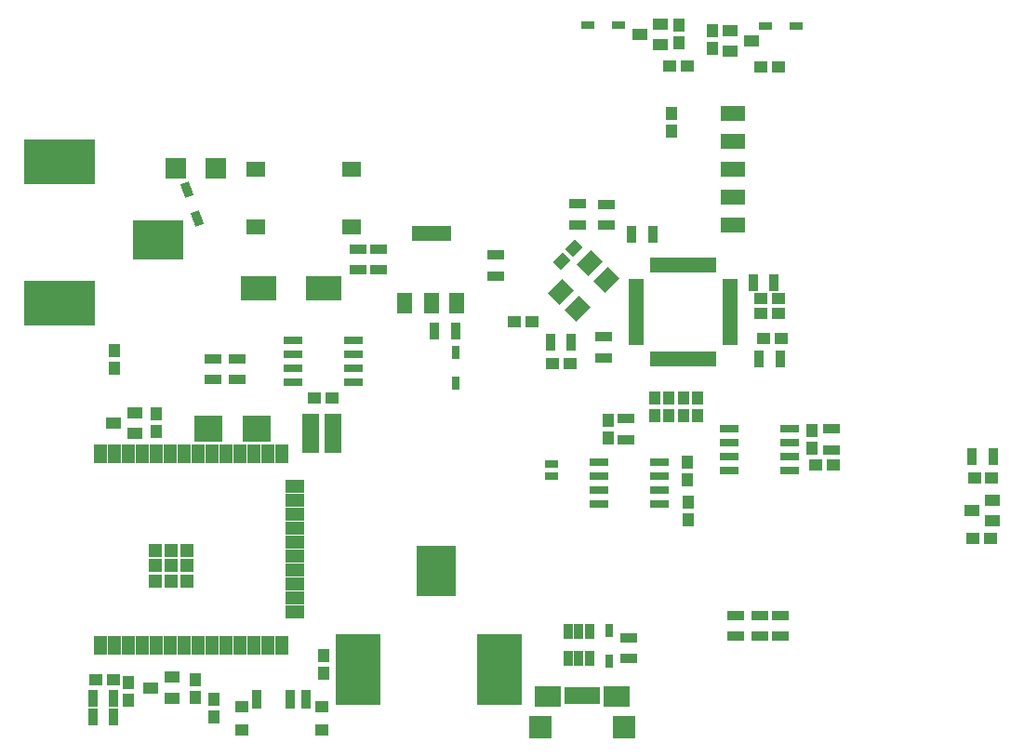
<source format=gtp>
G04*
G04 #@! TF.GenerationSoftware,Altium Limited,Altium Designer,20.0.10 (225)*
G04*
G04 Layer_Color=8421504*
%FSLAX25Y25*%
%MOIN*%
G70*
G01*
G75*
%ADD23R,0.04543X0.04543*%
%ADD24R,0.04543X0.04543*%
%ADD25R,0.04543X0.06906*%
%ADD26R,0.06906X0.04543*%
%ADD27R,0.07299X0.07299*%
%ADD28R,0.08874X0.05724*%
%ADD29R,0.03756X0.06118*%
%ADD30R,0.12811X0.08874*%
%ADD31R,0.09268X0.07299*%
%ADD32R,0.02575X0.06315*%
%ADD33R,0.08480X0.08087*%
%ADD34R,0.03323X0.05764*%
%ADD35R,0.04800X0.04100*%
%ADD36R,0.04100X0.04800*%
%ADD37R,0.06118X0.14386*%
%ADD38R,0.04937X0.04150*%
%ADD39R,0.03756X0.06906*%
%ADD40R,0.06984X0.05724*%
%ADD41R,0.06118X0.03756*%
G04:AMPARAMS|DCode=42|XSize=41mil|YSize=48mil|CornerRadius=0mil|HoleSize=0mil|Usage=FLASHONLY|Rotation=135.000|XOffset=0mil|YOffset=0mil|HoleType=Round|Shape=Rectangle|*
%AMROTATEDRECTD42*
4,1,4,0.03147,0.00248,-0.00248,-0.03147,-0.03147,-0.00248,0.00248,0.03147,0.03147,0.00248,0.0*
%
%ADD42ROTATEDRECTD42*%

%ADD43R,0.05331X0.04150*%
%ADD44R,0.13992X0.05724*%
%ADD45R,0.05724X0.07299*%
%ADD46R,0.05724X0.02181*%
%ADD47R,0.02181X0.05724*%
%ADD48R,0.05134X0.03165*%
%ADD49R,0.03165X0.05134*%
G04:AMPARAMS|DCode=50|XSize=51.34mil|YSize=31.65mil|CornerRadius=0mil|HoleSize=0mil|Usage=FLASHONLY|Rotation=110.000|XOffset=0mil|YOffset=0mil|HoleType=Round|Shape=Rectangle|*
%AMROTATEDRECTD50*
4,1,4,0.02365,-0.01871,-0.00609,-0.02953,-0.02365,0.01871,0.00609,0.02953,0.02365,-0.01871,0.0*
%
%ADD50ROTATEDRECTD50*%

%ADD51R,0.06906X0.02969*%
%ADD52R,0.04937X0.02969*%
%ADD53R,0.18323X0.13992*%
%ADD54R,0.25410X0.16354*%
%ADD55R,0.13992X0.18323*%
%ADD56R,0.16354X0.25410*%
%ADD57R,0.09858X0.09347*%
G04:AMPARAMS|DCode=58|XSize=72.99mil|YSize=59.21mil|CornerRadius=0mil|HoleSize=0mil|Usage=FLASHONLY|Rotation=225.000|XOffset=0mil|YOffset=0mil|HoleType=Round|Shape=Rectangle|*
%AMROTATEDRECTD58*
4,1,4,0.00487,0.04674,0.04674,0.00487,-0.00487,-0.04674,-0.04674,-0.00487,0.00487,0.04674,0.0*
%
%ADD58ROTATEDRECTD58*%

D23*
X66879Y70255D02*
D03*
X72391D02*
D03*
X66879Y64744D02*
D03*
X72391D02*
D03*
X66879Y59232D02*
D03*
X72391D02*
D03*
X61367Y70255D02*
D03*
X66879D02*
D03*
X61367Y64744D02*
D03*
X66879D02*
D03*
X61367Y59232D02*
D03*
X66879D02*
D03*
D24*
Y70255D02*
D03*
Y64744D02*
D03*
Y59232D02*
D03*
X61367Y70255D02*
D03*
Y64744D02*
D03*
Y59232D02*
D03*
D25*
X41389Y104785D02*
D03*
X46389D02*
D03*
X51389D02*
D03*
X56389D02*
D03*
X61389D02*
D03*
X66389D02*
D03*
X71389D02*
D03*
X76389D02*
D03*
X81389D02*
D03*
X86389D02*
D03*
X91389D02*
D03*
X96389D02*
D03*
X101389D02*
D03*
X106389D02*
D03*
X41661Y36198D02*
D03*
X46661D02*
D03*
X51661D02*
D03*
X56661D02*
D03*
X61661D02*
D03*
X66661D02*
D03*
X71661D02*
D03*
X76661D02*
D03*
X81661D02*
D03*
X86661D02*
D03*
X91661D02*
D03*
X96661D02*
D03*
X101661D02*
D03*
X106661D02*
D03*
D26*
X111188Y93092D02*
D03*
Y88092D02*
D03*
Y83092D02*
D03*
Y78092D02*
D03*
Y73092D02*
D03*
Y68092D02*
D03*
Y63092D02*
D03*
Y58092D02*
D03*
Y53092D02*
D03*
Y48092D02*
D03*
D03*
D27*
X68713Y207090D02*
D03*
X82887D02*
D03*
D28*
X268309Y186813D02*
D03*
Y196813D02*
D03*
Y206813D02*
D03*
Y216813D02*
D03*
Y226813D02*
D03*
D29*
X353965Y103902D02*
D03*
X361445D02*
D03*
X161296Y148950D02*
D03*
X168777D02*
D03*
X46294Y10383D02*
D03*
X38814D02*
D03*
X46294Y17075D02*
D03*
X38814D02*
D03*
X239478Y183506D02*
D03*
X231998D02*
D03*
X275428Y166288D02*
D03*
X282908D02*
D03*
X277676Y139020D02*
D03*
X285156D02*
D03*
X202843Y144837D02*
D03*
X210324D02*
D03*
D30*
X98066Y164320D02*
D03*
X121688D02*
D03*
D31*
X202003Y17764D02*
D03*
X226412D02*
D03*
D32*
X219326Y18257D02*
D03*
X209089D02*
D03*
X211648D02*
D03*
X214208D02*
D03*
X216767D02*
D03*
D33*
X199247Y7036D02*
D03*
X229168D02*
D03*
D34*
X216767Y41308D02*
D03*
X213026D02*
D03*
X209286D02*
D03*
Y31426D02*
D03*
X213026D02*
D03*
X216767D02*
D03*
D35*
X245696Y243881D02*
D03*
X251996D02*
D03*
X278266Y243484D02*
D03*
X284566D02*
D03*
X304198Y100728D02*
D03*
X297898D02*
D03*
X284680Y155264D02*
D03*
X278380D02*
D03*
X284680Y160383D02*
D03*
X278380D02*
D03*
X285468Y146209D02*
D03*
X279168D02*
D03*
X354727Y96321D02*
D03*
X361027D02*
D03*
X360658Y74375D02*
D03*
X354358D02*
D03*
X209932Y137092D02*
D03*
X203632D02*
D03*
X124410Y124803D02*
D03*
X118110D02*
D03*
X46246Y23832D02*
D03*
X39946D02*
D03*
X189798Y152115D02*
D03*
X196098D02*
D03*
D36*
X248853Y258611D02*
D03*
Y252311D02*
D03*
X260859Y250127D02*
D03*
Y256427D02*
D03*
X82220Y10553D02*
D03*
Y16853D02*
D03*
X121688Y26130D02*
D03*
Y32430D02*
D03*
X51609Y22981D02*
D03*
Y16681D02*
D03*
X75402Y17532D02*
D03*
Y23832D02*
D03*
X245310Y124950D02*
D03*
Y118650D02*
D03*
X250428Y124950D02*
D03*
Y118650D02*
D03*
X240192Y124950D02*
D03*
Y118650D02*
D03*
X251888Y101722D02*
D03*
Y95421D02*
D03*
X252282Y81248D02*
D03*
Y87548D02*
D03*
X255546Y118650D02*
D03*
Y124950D02*
D03*
X61452Y112744D02*
D03*
Y119044D02*
D03*
X246264Y220474D02*
D03*
Y226774D02*
D03*
X223635Y110570D02*
D03*
Y116870D02*
D03*
X296476Y113303D02*
D03*
Y107003D02*
D03*
X46688Y141742D02*
D03*
Y135442D02*
D03*
D37*
X116732Y112205D02*
D03*
X125000D02*
D03*
D38*
X92080Y14064D02*
D03*
X120741D02*
D03*
X120820Y5796D02*
D03*
X92080D02*
D03*
D39*
X115308Y16820D02*
D03*
X109402D02*
D03*
X97591D02*
D03*
D40*
X97240Y206910D02*
D03*
Y186359D02*
D03*
X131649Y206910D02*
D03*
Y186359D02*
D03*
D41*
X90517Y139026D02*
D03*
Y131546D02*
D03*
X81855Y139026D02*
D03*
Y131546D02*
D03*
X230743Y38926D02*
D03*
Y31446D02*
D03*
X269176Y46875D02*
D03*
Y39395D02*
D03*
X277837Y46875D02*
D03*
Y39395D02*
D03*
X285318Y46875D02*
D03*
Y39395D02*
D03*
X133893Y178296D02*
D03*
Y170816D02*
D03*
X141373Y178296D02*
D03*
Y170816D02*
D03*
X183308Y168645D02*
D03*
Y176125D02*
D03*
X229935Y109980D02*
D03*
Y117460D02*
D03*
X303413Y113827D02*
D03*
Y106346D02*
D03*
X212502Y186916D02*
D03*
Y194396D02*
D03*
X222807Y186887D02*
D03*
Y194368D02*
D03*
X221854Y146752D02*
D03*
Y139272D02*
D03*
D42*
X206898Y173931D02*
D03*
X211353Y178386D02*
D03*
D43*
X234896Y255141D02*
D03*
X242337Y258881D02*
D03*
Y251401D02*
D03*
X274816Y252883D02*
D03*
X267375Y249143D02*
D03*
Y256623D02*
D03*
X59700Y21012D02*
D03*
X67141Y24753D02*
D03*
Y17272D02*
D03*
X46314Y115894D02*
D03*
X53755Y119634D02*
D03*
Y112154D02*
D03*
X353788Y84611D02*
D03*
X361229Y88351D02*
D03*
Y80871D02*
D03*
D44*
X160074Y184005D02*
D03*
D45*
Y158808D02*
D03*
X169129D02*
D03*
X150625D02*
D03*
D46*
X233696Y166485D02*
D03*
Y164516D02*
D03*
Y162548D02*
D03*
Y160579D02*
D03*
Y158611D02*
D03*
Y156642D02*
D03*
Y154674D02*
D03*
Y152705D02*
D03*
Y150737D02*
D03*
Y148768D02*
D03*
Y146800D02*
D03*
Y144831D02*
D03*
X267160D02*
D03*
Y146800D02*
D03*
Y148768D02*
D03*
Y150737D02*
D03*
Y152705D02*
D03*
Y154674D02*
D03*
Y156642D02*
D03*
Y158611D02*
D03*
Y160579D02*
D03*
Y162548D02*
D03*
Y164516D02*
D03*
Y166485D02*
D03*
D47*
X261255Y172390D02*
D03*
X259286D02*
D03*
X257318D02*
D03*
X255349D02*
D03*
X253381D02*
D03*
X251412D02*
D03*
X249444D02*
D03*
X247475D02*
D03*
X245507D02*
D03*
X243538D02*
D03*
X241570D02*
D03*
D03*
X239601D02*
D03*
Y138926D02*
D03*
X241570D02*
D03*
X243538D02*
D03*
X245507D02*
D03*
X247475D02*
D03*
X249444D02*
D03*
X251412D02*
D03*
X253381D02*
D03*
X255349D02*
D03*
X257318D02*
D03*
X259286D02*
D03*
X261255D02*
D03*
D48*
X227200Y258414D02*
D03*
X216176D02*
D03*
X279876Y258180D02*
D03*
X290900D02*
D03*
D49*
X224050Y30461D02*
D03*
Y41485D02*
D03*
X168810Y141156D02*
D03*
Y130132D02*
D03*
D50*
X72590Y199609D02*
D03*
X76360Y189250D02*
D03*
D51*
X110467Y130442D02*
D03*
Y135442D02*
D03*
Y140442D02*
D03*
Y145442D02*
D03*
X132121D02*
D03*
Y140442D02*
D03*
Y135442D02*
D03*
Y130442D02*
D03*
X241963Y101741D02*
D03*
Y96741D02*
D03*
Y91741D02*
D03*
Y86741D02*
D03*
X220310D02*
D03*
Y91741D02*
D03*
Y96741D02*
D03*
Y101741D02*
D03*
X288647Y113740D02*
D03*
Y108740D02*
D03*
Y103740D02*
D03*
Y98740D02*
D03*
X266993D02*
D03*
Y103740D02*
D03*
Y108740D02*
D03*
Y113740D02*
D03*
D52*
X203366Y96936D02*
D03*
Y101267D02*
D03*
D53*
X62239Y181642D02*
D03*
D54*
X27003Y158808D02*
D03*
Y209595D02*
D03*
D55*
X161845Y62942D02*
D03*
D56*
X184680Y27705D02*
D03*
X133893D02*
D03*
D57*
X97579Y113779D02*
D03*
X80374D02*
D03*
D58*
X222899Y167124D02*
D03*
X212599Y156824D02*
D03*
X216775Y173249D02*
D03*
X206474Y162949D02*
D03*
M02*

</source>
